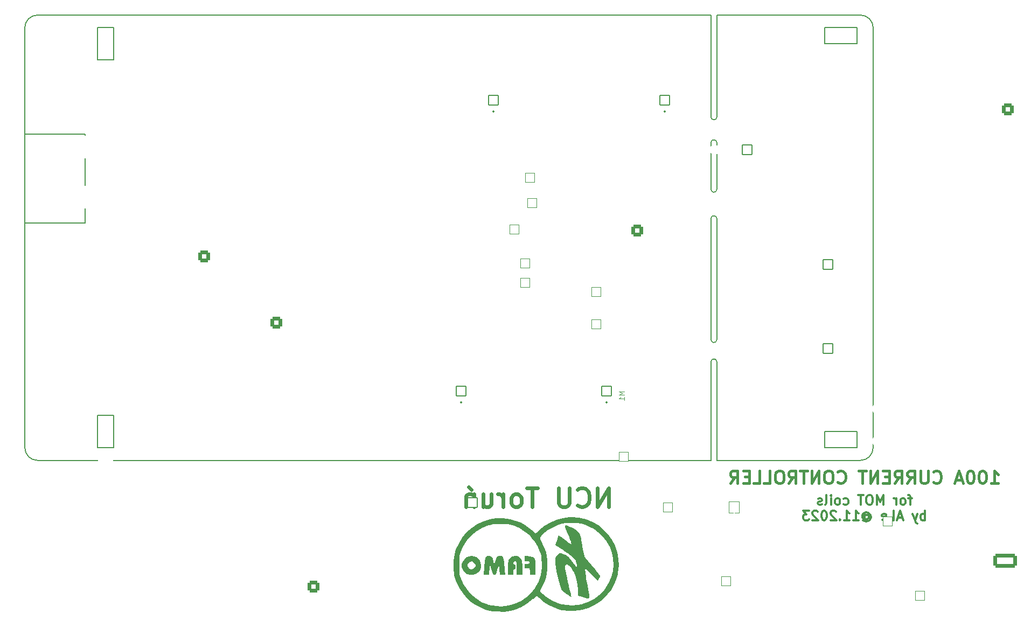
<source format=gbo>
%TF.GenerationSoftware,KiCad,Pcbnew,7.0.1*%
%TF.CreationDate,2023-11-30T13:28:04+01:00*%
%TF.ProjectId,current100A_Artiq,63757272-656e-4743-9130-30415f417274,rev?*%
%TF.SameCoordinates,Original*%
%TF.FileFunction,Legend,Bot*%
%TF.FilePolarity,Positive*%
%FSLAX46Y46*%
G04 Gerber Fmt 4.6, Leading zero omitted, Abs format (unit mm)*
G04 Created by KiCad (PCBNEW 7.0.1) date 2023-11-30 13:28:04*
%MOMM*%
%LPD*%
G01*
G04 APERTURE LIST*
G04 Aperture macros list*
%AMRoundRect*
0 Rectangle with rounded corners*
0 $1 Rounding radius*
0 $2 $3 $4 $5 $6 $7 $8 $9 X,Y pos of 4 corners*
0 Add a 4 corners polygon primitive as box body*
4,1,4,$2,$3,$4,$5,$6,$7,$8,$9,$2,$3,0*
0 Add four circle primitives for the rounded corners*
1,1,$1+$1,$2,$3*
1,1,$1+$1,$4,$5*
1,1,$1+$1,$6,$7*
1,1,$1+$1,$8,$9*
0 Add four rect primitives between the rounded corners*
20,1,$1+$1,$2,$3,$4,$5,0*
20,1,$1+$1,$4,$5,$6,$7,0*
20,1,$1+$1,$6,$7,$8,$9,0*
20,1,$1+$1,$8,$9,$2,$3,0*%
G04 Aperture macros list end*
%ADD10C,0.600000*%
%ADD11C,0.400000*%
%ADD12C,0.300000*%
%ADD13C,0.120000*%
%ADD14C,0.127000*%
%ADD15C,0.150000*%
%ADD16C,0.200000*%
%ADD17O,2.600000X1.700000*%
%ADD18O,7.100000X3.600000*%
%ADD19C,0.500000*%
%ADD20RoundRect,0.050000X-0.800000X-0.900000X0.800000X-0.900000X0.800000X0.900000X-0.800000X0.900000X0*%
%ADD21RoundRect,0.050000X0.762000X0.762000X-0.762000X0.762000X-0.762000X-0.762000X0.762000X-0.762000X0*%
%ADD22C,1.624000*%
%ADD23RoundRect,0.050000X0.750000X0.750000X-0.750000X0.750000X-0.750000X-0.750000X0.750000X-0.750000X0*%
%ADD24RoundRect,0.050000X-0.750000X-0.750000X0.750000X-0.750000X0.750000X0.750000X-0.750000X0.750000X0*%
%ADD25RoundRect,0.300000X0.600000X0.600000X-0.600000X0.600000X-0.600000X-0.600000X0.600000X-0.600000X0*%
%ADD26C,1.800000*%
%ADD27C,2.350000*%
%ADD28RoundRect,0.050000X0.762000X-0.762000X0.762000X0.762000X-0.762000X0.762000X-0.762000X-0.762000X0*%
%ADD29C,2.100000*%
%ADD30C,5.700000*%
%ADD31RoundRect,0.050000X0.750000X-0.750000X0.750000X0.750000X-0.750000X0.750000X-0.750000X-0.750000X0*%
%ADD32C,4.800000*%
%ADD33RoundRect,0.300000X-0.600000X-0.600000X0.600000X-0.600000X0.600000X0.600000X-0.600000X0.600000X0*%
%ADD34O,2.600000X1.600000*%
%ADD35RoundRect,0.299999X1.550001X-0.790001X1.550001X0.790001X-1.550001X0.790001X-1.550001X-0.790001X0*%
%ADD36O,3.700000X2.180000*%
%ADD37RoundRect,0.050000X-0.750000X0.750000X-0.750000X-0.750000X0.750000X-0.750000X0.750000X0.750000X0*%
%ADD38C,3.300000*%
%ADD39RoundRect,0.050000X0.765000X-0.765000X0.765000X0.765000X-0.765000X0.765000X-0.765000X-0.765000X0*%
%ADD40C,1.630000*%
G04 APERTURE END LIST*
D10*
X91868714Y-78372857D02*
X91868714Y-75372857D01*
X91868714Y-75372857D02*
X90154428Y-78372857D01*
X90154428Y-78372857D02*
X90154428Y-75372857D01*
X87011571Y-78087142D02*
X87154428Y-78230000D01*
X87154428Y-78230000D02*
X87583000Y-78372857D01*
X87583000Y-78372857D02*
X87868714Y-78372857D01*
X87868714Y-78372857D02*
X88297285Y-78230000D01*
X88297285Y-78230000D02*
X88583000Y-77944285D01*
X88583000Y-77944285D02*
X88725857Y-77658571D01*
X88725857Y-77658571D02*
X88868714Y-77087142D01*
X88868714Y-77087142D02*
X88868714Y-76658571D01*
X88868714Y-76658571D02*
X88725857Y-76087142D01*
X88725857Y-76087142D02*
X88583000Y-75801428D01*
X88583000Y-75801428D02*
X88297285Y-75515714D01*
X88297285Y-75515714D02*
X87868714Y-75372857D01*
X87868714Y-75372857D02*
X87583000Y-75372857D01*
X87583000Y-75372857D02*
X87154428Y-75515714D01*
X87154428Y-75515714D02*
X87011571Y-75658571D01*
X85725857Y-75372857D02*
X85725857Y-77801428D01*
X85725857Y-77801428D02*
X85583000Y-78087142D01*
X85583000Y-78087142D02*
X85440143Y-78230000D01*
X85440143Y-78230000D02*
X85154428Y-78372857D01*
X85154428Y-78372857D02*
X84583000Y-78372857D01*
X84583000Y-78372857D02*
X84297285Y-78230000D01*
X84297285Y-78230000D02*
X84154428Y-78087142D01*
X84154428Y-78087142D02*
X84011571Y-77801428D01*
X84011571Y-77801428D02*
X84011571Y-75372857D01*
X80725857Y-75372857D02*
X79011572Y-75372857D01*
X79868714Y-78372857D02*
X79868714Y-75372857D01*
X77583000Y-78372857D02*
X77868715Y-78230000D01*
X77868715Y-78230000D02*
X78011572Y-78087142D01*
X78011572Y-78087142D02*
X78154429Y-77801428D01*
X78154429Y-77801428D02*
X78154429Y-76944285D01*
X78154429Y-76944285D02*
X78011572Y-76658571D01*
X78011572Y-76658571D02*
X77868715Y-76515714D01*
X77868715Y-76515714D02*
X77583000Y-76372857D01*
X77583000Y-76372857D02*
X77154429Y-76372857D01*
X77154429Y-76372857D02*
X76868715Y-76515714D01*
X76868715Y-76515714D02*
X76725858Y-76658571D01*
X76725858Y-76658571D02*
X76583000Y-76944285D01*
X76583000Y-76944285D02*
X76583000Y-77801428D01*
X76583000Y-77801428D02*
X76725858Y-78087142D01*
X76725858Y-78087142D02*
X76868715Y-78230000D01*
X76868715Y-78230000D02*
X77154429Y-78372857D01*
X77154429Y-78372857D02*
X77583000Y-78372857D01*
X75297286Y-78372857D02*
X75297286Y-76372857D01*
X75297286Y-76944285D02*
X75154429Y-76658571D01*
X75154429Y-76658571D02*
X75011572Y-76515714D01*
X75011572Y-76515714D02*
X74725857Y-76372857D01*
X74725857Y-76372857D02*
X74440143Y-76372857D01*
X72154429Y-76372857D02*
X72154429Y-78372857D01*
X73440143Y-76372857D02*
X73440143Y-77944285D01*
X73440143Y-77944285D02*
X73297286Y-78230000D01*
X73297286Y-78230000D02*
X73011571Y-78372857D01*
X73011571Y-78372857D02*
X72583000Y-78372857D01*
X72583000Y-78372857D02*
X72297286Y-78230000D01*
X72297286Y-78230000D02*
X72154429Y-78087142D01*
X70725857Y-76372857D02*
X70725857Y-78372857D01*
X70725857Y-76658571D02*
X70583000Y-76515714D01*
X70583000Y-76515714D02*
X70297285Y-76372857D01*
X70297285Y-76372857D02*
X69868714Y-76372857D01*
X69868714Y-76372857D02*
X69583000Y-76515714D01*
X69583000Y-76515714D02*
X69440143Y-76801428D01*
X69440143Y-76801428D02*
X69440143Y-78372857D01*
X69868714Y-75230000D02*
X70297285Y-75658571D01*
D11*
X151984763Y-74685238D02*
X153127620Y-74685238D01*
X152556192Y-74685238D02*
X152556192Y-72685238D01*
X152556192Y-72685238D02*
X152746668Y-72970952D01*
X152746668Y-72970952D02*
X152937144Y-73161428D01*
X152937144Y-73161428D02*
X153127620Y-73256666D01*
X150746668Y-72685238D02*
X150556191Y-72685238D01*
X150556191Y-72685238D02*
X150365715Y-72780476D01*
X150365715Y-72780476D02*
X150270477Y-72875714D01*
X150270477Y-72875714D02*
X150175239Y-73066190D01*
X150175239Y-73066190D02*
X150080001Y-73447142D01*
X150080001Y-73447142D02*
X150080001Y-73923333D01*
X150080001Y-73923333D02*
X150175239Y-74304285D01*
X150175239Y-74304285D02*
X150270477Y-74494761D01*
X150270477Y-74494761D02*
X150365715Y-74590000D01*
X150365715Y-74590000D02*
X150556191Y-74685238D01*
X150556191Y-74685238D02*
X150746668Y-74685238D01*
X150746668Y-74685238D02*
X150937144Y-74590000D01*
X150937144Y-74590000D02*
X151032382Y-74494761D01*
X151032382Y-74494761D02*
X151127620Y-74304285D01*
X151127620Y-74304285D02*
X151222858Y-73923333D01*
X151222858Y-73923333D02*
X151222858Y-73447142D01*
X151222858Y-73447142D02*
X151127620Y-73066190D01*
X151127620Y-73066190D02*
X151032382Y-72875714D01*
X151032382Y-72875714D02*
X150937144Y-72780476D01*
X150937144Y-72780476D02*
X150746668Y-72685238D01*
X148841906Y-72685238D02*
X148651429Y-72685238D01*
X148651429Y-72685238D02*
X148460953Y-72780476D01*
X148460953Y-72780476D02*
X148365715Y-72875714D01*
X148365715Y-72875714D02*
X148270477Y-73066190D01*
X148270477Y-73066190D02*
X148175239Y-73447142D01*
X148175239Y-73447142D02*
X148175239Y-73923333D01*
X148175239Y-73923333D02*
X148270477Y-74304285D01*
X148270477Y-74304285D02*
X148365715Y-74494761D01*
X148365715Y-74494761D02*
X148460953Y-74590000D01*
X148460953Y-74590000D02*
X148651429Y-74685238D01*
X148651429Y-74685238D02*
X148841906Y-74685238D01*
X148841906Y-74685238D02*
X149032382Y-74590000D01*
X149032382Y-74590000D02*
X149127620Y-74494761D01*
X149127620Y-74494761D02*
X149222858Y-74304285D01*
X149222858Y-74304285D02*
X149318096Y-73923333D01*
X149318096Y-73923333D02*
X149318096Y-73447142D01*
X149318096Y-73447142D02*
X149222858Y-73066190D01*
X149222858Y-73066190D02*
X149127620Y-72875714D01*
X149127620Y-72875714D02*
X149032382Y-72780476D01*
X149032382Y-72780476D02*
X148841906Y-72685238D01*
X147413334Y-74113809D02*
X146460953Y-74113809D01*
X147603810Y-74685238D02*
X146937144Y-72685238D01*
X146937144Y-72685238D02*
X146270477Y-74685238D01*
X142937143Y-74494761D02*
X143032381Y-74590000D01*
X143032381Y-74590000D02*
X143318095Y-74685238D01*
X143318095Y-74685238D02*
X143508571Y-74685238D01*
X143508571Y-74685238D02*
X143794286Y-74590000D01*
X143794286Y-74590000D02*
X143984762Y-74399523D01*
X143984762Y-74399523D02*
X144080000Y-74209047D01*
X144080000Y-74209047D02*
X144175238Y-73828095D01*
X144175238Y-73828095D02*
X144175238Y-73542380D01*
X144175238Y-73542380D02*
X144080000Y-73161428D01*
X144080000Y-73161428D02*
X143984762Y-72970952D01*
X143984762Y-72970952D02*
X143794286Y-72780476D01*
X143794286Y-72780476D02*
X143508571Y-72685238D01*
X143508571Y-72685238D02*
X143318095Y-72685238D01*
X143318095Y-72685238D02*
X143032381Y-72780476D01*
X143032381Y-72780476D02*
X142937143Y-72875714D01*
X142080000Y-72685238D02*
X142080000Y-74304285D01*
X142080000Y-74304285D02*
X141984762Y-74494761D01*
X141984762Y-74494761D02*
X141889524Y-74590000D01*
X141889524Y-74590000D02*
X141699048Y-74685238D01*
X141699048Y-74685238D02*
X141318095Y-74685238D01*
X141318095Y-74685238D02*
X141127619Y-74590000D01*
X141127619Y-74590000D02*
X141032381Y-74494761D01*
X141032381Y-74494761D02*
X140937143Y-74304285D01*
X140937143Y-74304285D02*
X140937143Y-72685238D01*
X138841905Y-74685238D02*
X139508572Y-73732857D01*
X139984762Y-74685238D02*
X139984762Y-72685238D01*
X139984762Y-72685238D02*
X139222857Y-72685238D01*
X139222857Y-72685238D02*
X139032381Y-72780476D01*
X139032381Y-72780476D02*
X138937143Y-72875714D01*
X138937143Y-72875714D02*
X138841905Y-73066190D01*
X138841905Y-73066190D02*
X138841905Y-73351904D01*
X138841905Y-73351904D02*
X138937143Y-73542380D01*
X138937143Y-73542380D02*
X139032381Y-73637619D01*
X139032381Y-73637619D02*
X139222857Y-73732857D01*
X139222857Y-73732857D02*
X139984762Y-73732857D01*
X136841905Y-74685238D02*
X137508572Y-73732857D01*
X137984762Y-74685238D02*
X137984762Y-72685238D01*
X137984762Y-72685238D02*
X137222857Y-72685238D01*
X137222857Y-72685238D02*
X137032381Y-72780476D01*
X137032381Y-72780476D02*
X136937143Y-72875714D01*
X136937143Y-72875714D02*
X136841905Y-73066190D01*
X136841905Y-73066190D02*
X136841905Y-73351904D01*
X136841905Y-73351904D02*
X136937143Y-73542380D01*
X136937143Y-73542380D02*
X137032381Y-73637619D01*
X137032381Y-73637619D02*
X137222857Y-73732857D01*
X137222857Y-73732857D02*
X137984762Y-73732857D01*
X135984762Y-73637619D02*
X135318095Y-73637619D01*
X135032381Y-74685238D02*
X135984762Y-74685238D01*
X135984762Y-74685238D02*
X135984762Y-72685238D01*
X135984762Y-72685238D02*
X135032381Y-72685238D01*
X134175238Y-74685238D02*
X134175238Y-72685238D01*
X134175238Y-72685238D02*
X133032381Y-74685238D01*
X133032381Y-74685238D02*
X133032381Y-72685238D01*
X132365714Y-72685238D02*
X131222857Y-72685238D01*
X131794286Y-74685238D02*
X131794286Y-72685238D01*
X127889523Y-74494761D02*
X127984761Y-74590000D01*
X127984761Y-74590000D02*
X128270475Y-74685238D01*
X128270475Y-74685238D02*
X128460951Y-74685238D01*
X128460951Y-74685238D02*
X128746666Y-74590000D01*
X128746666Y-74590000D02*
X128937142Y-74399523D01*
X128937142Y-74399523D02*
X129032380Y-74209047D01*
X129032380Y-74209047D02*
X129127618Y-73828095D01*
X129127618Y-73828095D02*
X129127618Y-73542380D01*
X129127618Y-73542380D02*
X129032380Y-73161428D01*
X129032380Y-73161428D02*
X128937142Y-72970952D01*
X128937142Y-72970952D02*
X128746666Y-72780476D01*
X128746666Y-72780476D02*
X128460951Y-72685238D01*
X128460951Y-72685238D02*
X128270475Y-72685238D01*
X128270475Y-72685238D02*
X127984761Y-72780476D01*
X127984761Y-72780476D02*
X127889523Y-72875714D01*
X126651428Y-72685238D02*
X126270475Y-72685238D01*
X126270475Y-72685238D02*
X126079999Y-72780476D01*
X126079999Y-72780476D02*
X125889523Y-72970952D01*
X125889523Y-72970952D02*
X125794285Y-73351904D01*
X125794285Y-73351904D02*
X125794285Y-74018571D01*
X125794285Y-74018571D02*
X125889523Y-74399523D01*
X125889523Y-74399523D02*
X126079999Y-74590000D01*
X126079999Y-74590000D02*
X126270475Y-74685238D01*
X126270475Y-74685238D02*
X126651428Y-74685238D01*
X126651428Y-74685238D02*
X126841904Y-74590000D01*
X126841904Y-74590000D02*
X127032380Y-74399523D01*
X127032380Y-74399523D02*
X127127618Y-74018571D01*
X127127618Y-74018571D02*
X127127618Y-73351904D01*
X127127618Y-73351904D02*
X127032380Y-72970952D01*
X127032380Y-72970952D02*
X126841904Y-72780476D01*
X126841904Y-72780476D02*
X126651428Y-72685238D01*
X124937142Y-74685238D02*
X124937142Y-72685238D01*
X124937142Y-72685238D02*
X123794285Y-74685238D01*
X123794285Y-74685238D02*
X123794285Y-72685238D01*
X123127618Y-72685238D02*
X121984761Y-72685238D01*
X122556190Y-74685238D02*
X122556190Y-72685238D01*
X120175237Y-74685238D02*
X120841904Y-73732857D01*
X121318094Y-74685238D02*
X121318094Y-72685238D01*
X121318094Y-72685238D02*
X120556189Y-72685238D01*
X120556189Y-72685238D02*
X120365713Y-72780476D01*
X120365713Y-72780476D02*
X120270475Y-72875714D01*
X120270475Y-72875714D02*
X120175237Y-73066190D01*
X120175237Y-73066190D02*
X120175237Y-73351904D01*
X120175237Y-73351904D02*
X120270475Y-73542380D01*
X120270475Y-73542380D02*
X120365713Y-73637619D01*
X120365713Y-73637619D02*
X120556189Y-73732857D01*
X120556189Y-73732857D02*
X121318094Y-73732857D01*
X118937142Y-72685238D02*
X118556189Y-72685238D01*
X118556189Y-72685238D02*
X118365713Y-72780476D01*
X118365713Y-72780476D02*
X118175237Y-72970952D01*
X118175237Y-72970952D02*
X118079999Y-73351904D01*
X118079999Y-73351904D02*
X118079999Y-74018571D01*
X118079999Y-74018571D02*
X118175237Y-74399523D01*
X118175237Y-74399523D02*
X118365713Y-74590000D01*
X118365713Y-74590000D02*
X118556189Y-74685238D01*
X118556189Y-74685238D02*
X118937142Y-74685238D01*
X118937142Y-74685238D02*
X119127618Y-74590000D01*
X119127618Y-74590000D02*
X119318094Y-74399523D01*
X119318094Y-74399523D02*
X119413332Y-74018571D01*
X119413332Y-74018571D02*
X119413332Y-73351904D01*
X119413332Y-73351904D02*
X119318094Y-72970952D01*
X119318094Y-72970952D02*
X119127618Y-72780476D01*
X119127618Y-72780476D02*
X118937142Y-72685238D01*
X116270475Y-74685238D02*
X117222856Y-74685238D01*
X117222856Y-74685238D02*
X117222856Y-72685238D01*
X114651427Y-74685238D02*
X115603808Y-74685238D01*
X115603808Y-74685238D02*
X115603808Y-72685238D01*
X113984760Y-73637619D02*
X113318093Y-73637619D01*
X113032379Y-74685238D02*
X113984760Y-74685238D01*
X113984760Y-74685238D02*
X113984760Y-72685238D01*
X113984760Y-72685238D02*
X113032379Y-72685238D01*
X111032379Y-74685238D02*
X111699046Y-73732857D01*
X112175236Y-74685238D02*
X112175236Y-72685238D01*
X112175236Y-72685238D02*
X111413331Y-72685238D01*
X111413331Y-72685238D02*
X111222855Y-72780476D01*
X111222855Y-72780476D02*
X111127617Y-72875714D01*
X111127617Y-72875714D02*
X111032379Y-73066190D01*
X111032379Y-73066190D02*
X111032379Y-73351904D01*
X111032379Y-73351904D02*
X111127617Y-73542380D01*
X111127617Y-73542380D02*
X111222855Y-73637619D01*
X111222855Y-73637619D02*
X111413331Y-73732857D01*
X111413331Y-73732857D02*
X112175236Y-73732857D01*
D12*
X139544285Y-77031428D02*
X138972857Y-77031428D01*
X139330000Y-78031428D02*
X139330000Y-76745714D01*
X139330000Y-76745714D02*
X139258571Y-76602857D01*
X139258571Y-76602857D02*
X139115714Y-76531428D01*
X139115714Y-76531428D02*
X138972857Y-76531428D01*
X138258571Y-78031428D02*
X138401428Y-77960000D01*
X138401428Y-77960000D02*
X138472857Y-77888571D01*
X138472857Y-77888571D02*
X138544285Y-77745714D01*
X138544285Y-77745714D02*
X138544285Y-77317142D01*
X138544285Y-77317142D02*
X138472857Y-77174285D01*
X138472857Y-77174285D02*
X138401428Y-77102857D01*
X138401428Y-77102857D02*
X138258571Y-77031428D01*
X138258571Y-77031428D02*
X138044285Y-77031428D01*
X138044285Y-77031428D02*
X137901428Y-77102857D01*
X137901428Y-77102857D02*
X137830000Y-77174285D01*
X137830000Y-77174285D02*
X137758571Y-77317142D01*
X137758571Y-77317142D02*
X137758571Y-77745714D01*
X137758571Y-77745714D02*
X137830000Y-77888571D01*
X137830000Y-77888571D02*
X137901428Y-77960000D01*
X137901428Y-77960000D02*
X138044285Y-78031428D01*
X138044285Y-78031428D02*
X138258571Y-78031428D01*
X137115714Y-78031428D02*
X137115714Y-77031428D01*
X137115714Y-77317142D02*
X137044285Y-77174285D01*
X137044285Y-77174285D02*
X136972857Y-77102857D01*
X136972857Y-77102857D02*
X136829999Y-77031428D01*
X136829999Y-77031428D02*
X136687142Y-77031428D01*
X135044286Y-78031428D02*
X135044286Y-76531428D01*
X135044286Y-76531428D02*
X134544286Y-77602857D01*
X134544286Y-77602857D02*
X134044286Y-76531428D01*
X134044286Y-76531428D02*
X134044286Y-78031428D01*
X133044285Y-76531428D02*
X132758571Y-76531428D01*
X132758571Y-76531428D02*
X132615714Y-76602857D01*
X132615714Y-76602857D02*
X132472857Y-76745714D01*
X132472857Y-76745714D02*
X132401428Y-77031428D01*
X132401428Y-77031428D02*
X132401428Y-77531428D01*
X132401428Y-77531428D02*
X132472857Y-77817142D01*
X132472857Y-77817142D02*
X132615714Y-77960000D01*
X132615714Y-77960000D02*
X132758571Y-78031428D01*
X132758571Y-78031428D02*
X133044285Y-78031428D01*
X133044285Y-78031428D02*
X133187143Y-77960000D01*
X133187143Y-77960000D02*
X133330000Y-77817142D01*
X133330000Y-77817142D02*
X133401428Y-77531428D01*
X133401428Y-77531428D02*
X133401428Y-77031428D01*
X133401428Y-77031428D02*
X133330000Y-76745714D01*
X133330000Y-76745714D02*
X133187143Y-76602857D01*
X133187143Y-76602857D02*
X133044285Y-76531428D01*
X131972856Y-76531428D02*
X131115714Y-76531428D01*
X131544285Y-78031428D02*
X131544285Y-76531428D01*
X128830000Y-77960000D02*
X128972857Y-78031428D01*
X128972857Y-78031428D02*
X129258571Y-78031428D01*
X129258571Y-78031428D02*
X129401428Y-77960000D01*
X129401428Y-77960000D02*
X129472857Y-77888571D01*
X129472857Y-77888571D02*
X129544285Y-77745714D01*
X129544285Y-77745714D02*
X129544285Y-77317142D01*
X129544285Y-77317142D02*
X129472857Y-77174285D01*
X129472857Y-77174285D02*
X129401428Y-77102857D01*
X129401428Y-77102857D02*
X129258571Y-77031428D01*
X129258571Y-77031428D02*
X128972857Y-77031428D01*
X128972857Y-77031428D02*
X128830000Y-77102857D01*
X127972857Y-78031428D02*
X128115714Y-77960000D01*
X128115714Y-77960000D02*
X128187143Y-77888571D01*
X128187143Y-77888571D02*
X128258571Y-77745714D01*
X128258571Y-77745714D02*
X128258571Y-77317142D01*
X128258571Y-77317142D02*
X128187143Y-77174285D01*
X128187143Y-77174285D02*
X128115714Y-77102857D01*
X128115714Y-77102857D02*
X127972857Y-77031428D01*
X127972857Y-77031428D02*
X127758571Y-77031428D01*
X127758571Y-77031428D02*
X127615714Y-77102857D01*
X127615714Y-77102857D02*
X127544286Y-77174285D01*
X127544286Y-77174285D02*
X127472857Y-77317142D01*
X127472857Y-77317142D02*
X127472857Y-77745714D01*
X127472857Y-77745714D02*
X127544286Y-77888571D01*
X127544286Y-77888571D02*
X127615714Y-77960000D01*
X127615714Y-77960000D02*
X127758571Y-78031428D01*
X127758571Y-78031428D02*
X127972857Y-78031428D01*
X126830000Y-78031428D02*
X126830000Y-77031428D01*
X126830000Y-76531428D02*
X126901428Y-76602857D01*
X126901428Y-76602857D02*
X126830000Y-76674285D01*
X126830000Y-76674285D02*
X126758571Y-76602857D01*
X126758571Y-76602857D02*
X126830000Y-76531428D01*
X126830000Y-76531428D02*
X126830000Y-76674285D01*
X125901428Y-78031428D02*
X126044285Y-77960000D01*
X126044285Y-77960000D02*
X126115714Y-77817142D01*
X126115714Y-77817142D02*
X126115714Y-76531428D01*
X125401428Y-77960000D02*
X125258571Y-78031428D01*
X125258571Y-78031428D02*
X124972857Y-78031428D01*
X124972857Y-78031428D02*
X124830000Y-77960000D01*
X124830000Y-77960000D02*
X124758571Y-77817142D01*
X124758571Y-77817142D02*
X124758571Y-77745714D01*
X124758571Y-77745714D02*
X124830000Y-77602857D01*
X124830000Y-77602857D02*
X124972857Y-77531428D01*
X124972857Y-77531428D02*
X125187143Y-77531428D01*
X125187143Y-77531428D02*
X125330000Y-77460000D01*
X125330000Y-77460000D02*
X125401428Y-77317142D01*
X125401428Y-77317142D02*
X125401428Y-77245714D01*
X125401428Y-77245714D02*
X125330000Y-77102857D01*
X125330000Y-77102857D02*
X125187143Y-77031428D01*
X125187143Y-77031428D02*
X124972857Y-77031428D01*
X124972857Y-77031428D02*
X124830000Y-77102857D01*
X141615712Y-80461428D02*
X141615712Y-78961428D01*
X141615712Y-79532857D02*
X141472855Y-79461428D01*
X141472855Y-79461428D02*
X141187140Y-79461428D01*
X141187140Y-79461428D02*
X141044283Y-79532857D01*
X141044283Y-79532857D02*
X140972855Y-79604285D01*
X140972855Y-79604285D02*
X140901426Y-79747142D01*
X140901426Y-79747142D02*
X140901426Y-80175714D01*
X140901426Y-80175714D02*
X140972855Y-80318571D01*
X140972855Y-80318571D02*
X141044283Y-80390000D01*
X141044283Y-80390000D02*
X141187140Y-80461428D01*
X141187140Y-80461428D02*
X141472855Y-80461428D01*
X141472855Y-80461428D02*
X141615712Y-80390000D01*
X140401426Y-79461428D02*
X140044283Y-80461428D01*
X139687140Y-79461428D02*
X140044283Y-80461428D01*
X140044283Y-80461428D02*
X140187140Y-80818571D01*
X140187140Y-80818571D02*
X140258569Y-80890000D01*
X140258569Y-80890000D02*
X140401426Y-80961428D01*
X138044283Y-80032857D02*
X137329998Y-80032857D01*
X138187140Y-80461428D02*
X137687140Y-78961428D01*
X137687140Y-78961428D02*
X137187140Y-80461428D01*
X135972855Y-80461428D02*
X136687141Y-80461428D01*
X136687141Y-80461428D02*
X136687141Y-78961428D01*
X134901426Y-80390000D02*
X135044283Y-80461428D01*
X135044283Y-80461428D02*
X135329998Y-80461428D01*
X135329998Y-80461428D02*
X135472855Y-80390000D01*
X135472855Y-80390000D02*
X135544283Y-80247142D01*
X135544283Y-80247142D02*
X135544283Y-79675714D01*
X135544283Y-79675714D02*
X135472855Y-79532857D01*
X135472855Y-79532857D02*
X135329998Y-79461428D01*
X135329998Y-79461428D02*
X135044283Y-79461428D01*
X135044283Y-79461428D02*
X134901426Y-79532857D01*
X134901426Y-79532857D02*
X134829998Y-79675714D01*
X134829998Y-79675714D02*
X134829998Y-79818571D01*
X134829998Y-79818571D02*
X135544283Y-79961428D01*
X132115712Y-79747142D02*
X132187141Y-79675714D01*
X132187141Y-79675714D02*
X132329998Y-79604285D01*
X132329998Y-79604285D02*
X132472855Y-79604285D01*
X132472855Y-79604285D02*
X132615712Y-79675714D01*
X132615712Y-79675714D02*
X132687141Y-79747142D01*
X132687141Y-79747142D02*
X132758569Y-79890000D01*
X132758569Y-79890000D02*
X132758569Y-80032857D01*
X132758569Y-80032857D02*
X132687141Y-80175714D01*
X132687141Y-80175714D02*
X132615712Y-80247142D01*
X132615712Y-80247142D02*
X132472855Y-80318571D01*
X132472855Y-80318571D02*
X132329998Y-80318571D01*
X132329998Y-80318571D02*
X132187141Y-80247142D01*
X132187141Y-80247142D02*
X132115712Y-80175714D01*
X132115712Y-79604285D02*
X132115712Y-80175714D01*
X132115712Y-80175714D02*
X132044284Y-80247142D01*
X132044284Y-80247142D02*
X131972855Y-80247142D01*
X131972855Y-80247142D02*
X131829998Y-80175714D01*
X131829998Y-80175714D02*
X131758569Y-80032857D01*
X131758569Y-80032857D02*
X131758569Y-79675714D01*
X131758569Y-79675714D02*
X131901427Y-79461428D01*
X131901427Y-79461428D02*
X132115712Y-79318571D01*
X132115712Y-79318571D02*
X132401427Y-79247142D01*
X132401427Y-79247142D02*
X132687141Y-79318571D01*
X132687141Y-79318571D02*
X132901427Y-79461428D01*
X132901427Y-79461428D02*
X133044284Y-79675714D01*
X133044284Y-79675714D02*
X133115712Y-79961428D01*
X133115712Y-79961428D02*
X133044284Y-80247142D01*
X133044284Y-80247142D02*
X132901427Y-80461428D01*
X132901427Y-80461428D02*
X132687141Y-80604285D01*
X132687141Y-80604285D02*
X132401427Y-80675714D01*
X132401427Y-80675714D02*
X132115712Y-80604285D01*
X132115712Y-80604285D02*
X131901427Y-80461428D01*
X130329998Y-80461428D02*
X131187141Y-80461428D01*
X130758570Y-80461428D02*
X130758570Y-78961428D01*
X130758570Y-78961428D02*
X130901427Y-79175714D01*
X130901427Y-79175714D02*
X131044284Y-79318571D01*
X131044284Y-79318571D02*
X131187141Y-79390000D01*
X128901427Y-80461428D02*
X129758570Y-80461428D01*
X129329999Y-80461428D02*
X129329999Y-78961428D01*
X129329999Y-78961428D02*
X129472856Y-79175714D01*
X129472856Y-79175714D02*
X129615713Y-79318571D01*
X129615713Y-79318571D02*
X129758570Y-79390000D01*
X128258571Y-80318571D02*
X128187142Y-80390000D01*
X128187142Y-80390000D02*
X128258571Y-80461428D01*
X128258571Y-80461428D02*
X128329999Y-80390000D01*
X128329999Y-80390000D02*
X128258571Y-80318571D01*
X128258571Y-80318571D02*
X128258571Y-80461428D01*
X127615713Y-79104285D02*
X127544285Y-79032857D01*
X127544285Y-79032857D02*
X127401428Y-78961428D01*
X127401428Y-78961428D02*
X127044285Y-78961428D01*
X127044285Y-78961428D02*
X126901428Y-79032857D01*
X126901428Y-79032857D02*
X126829999Y-79104285D01*
X126829999Y-79104285D02*
X126758570Y-79247142D01*
X126758570Y-79247142D02*
X126758570Y-79390000D01*
X126758570Y-79390000D02*
X126829999Y-79604285D01*
X126829999Y-79604285D02*
X127687142Y-80461428D01*
X127687142Y-80461428D02*
X126758570Y-80461428D01*
X125829999Y-78961428D02*
X125687142Y-78961428D01*
X125687142Y-78961428D02*
X125544285Y-79032857D01*
X125544285Y-79032857D02*
X125472857Y-79104285D01*
X125472857Y-79104285D02*
X125401428Y-79247142D01*
X125401428Y-79247142D02*
X125329999Y-79532857D01*
X125329999Y-79532857D02*
X125329999Y-79890000D01*
X125329999Y-79890000D02*
X125401428Y-80175714D01*
X125401428Y-80175714D02*
X125472857Y-80318571D01*
X125472857Y-80318571D02*
X125544285Y-80390000D01*
X125544285Y-80390000D02*
X125687142Y-80461428D01*
X125687142Y-80461428D02*
X125829999Y-80461428D01*
X125829999Y-80461428D02*
X125972857Y-80390000D01*
X125972857Y-80390000D02*
X126044285Y-80318571D01*
X126044285Y-80318571D02*
X126115714Y-80175714D01*
X126115714Y-80175714D02*
X126187142Y-79890000D01*
X126187142Y-79890000D02*
X126187142Y-79532857D01*
X126187142Y-79532857D02*
X126115714Y-79247142D01*
X126115714Y-79247142D02*
X126044285Y-79104285D01*
X126044285Y-79104285D02*
X125972857Y-79032857D01*
X125972857Y-79032857D02*
X125829999Y-78961428D01*
X124758571Y-79104285D02*
X124687143Y-79032857D01*
X124687143Y-79032857D02*
X124544286Y-78961428D01*
X124544286Y-78961428D02*
X124187143Y-78961428D01*
X124187143Y-78961428D02*
X124044286Y-79032857D01*
X124044286Y-79032857D02*
X123972857Y-79104285D01*
X123972857Y-79104285D02*
X123901428Y-79247142D01*
X123901428Y-79247142D02*
X123901428Y-79390000D01*
X123901428Y-79390000D02*
X123972857Y-79604285D01*
X123972857Y-79604285D02*
X124830000Y-80461428D01*
X124830000Y-80461428D02*
X123901428Y-80461428D01*
X123401429Y-78961428D02*
X122472857Y-78961428D01*
X122472857Y-78961428D02*
X122972857Y-79532857D01*
X122972857Y-79532857D02*
X122758572Y-79532857D01*
X122758572Y-79532857D02*
X122615715Y-79604285D01*
X122615715Y-79604285D02*
X122544286Y-79675714D01*
X122544286Y-79675714D02*
X122472857Y-79818571D01*
X122472857Y-79818571D02*
X122472857Y-80175714D01*
X122472857Y-80175714D02*
X122544286Y-80318571D01*
X122544286Y-80318571D02*
X122615715Y-80390000D01*
X122615715Y-80390000D02*
X122758572Y-80461428D01*
X122758572Y-80461428D02*
X123187143Y-80461428D01*
X123187143Y-80461428D02*
X123330000Y-80390000D01*
X123330000Y-80390000D02*
X123401429Y-80318571D01*
D13*
%TO.C,M1*%
X94350095Y-60261581D02*
X93550095Y-60261581D01*
X93550095Y-60261581D02*
X94121523Y-60528247D01*
X94121523Y-60528247D02*
X93550095Y-60794914D01*
X93550095Y-60794914D02*
X94350095Y-60794914D01*
X94350095Y-61594914D02*
X94350095Y-61137771D01*
X94350095Y-61366343D02*
X93550095Y-61366343D01*
X93550095Y-61366343D02*
X93664380Y-61290152D01*
X93664380Y-61290152D02*
X93740571Y-61213962D01*
X93740571Y-61213962D02*
X93778666Y-61137771D01*
%TO.C,G1*%
G36*
X79006700Y-86074153D02*
G01*
X79040308Y-86074553D01*
X79526694Y-86126377D01*
X79922058Y-86256332D01*
X80192033Y-86453422D01*
X80266933Y-86550738D01*
X80319962Y-86661843D01*
X80353757Y-86816321D01*
X80372597Y-87045657D01*
X80380763Y-87381339D01*
X80382533Y-87854854D01*
X80382533Y-89035467D01*
X79963425Y-89035467D01*
X79544317Y-89035467D01*
X79518925Y-88548633D01*
X79493533Y-88061800D01*
X79091366Y-88035994D01*
X78689200Y-88010189D01*
X78689200Y-87676161D01*
X78689200Y-87342133D01*
X79061141Y-87342133D01*
X79133605Y-87340119D01*
X79391654Y-87284257D01*
X79509960Y-87177405D01*
X79490042Y-87054158D01*
X79333416Y-86949115D01*
X79041602Y-86896871D01*
X78689200Y-86882818D01*
X78689200Y-86477475D01*
X78689200Y-86072133D01*
X79006700Y-86074153D01*
G37*
G36*
X71820104Y-87512819D02*
G01*
X71831200Y-87586610D01*
X71803412Y-87917492D01*
X71645123Y-88363273D01*
X71344565Y-88717957D01*
X70899262Y-88985261D01*
X70577977Y-89082762D01*
X70114728Y-89081386D01*
X69659999Y-88916047D01*
X69226064Y-88589648D01*
X69225587Y-88589186D01*
X68950373Y-88220821D01*
X68819268Y-87814277D01*
X68820043Y-87396352D01*
X68823520Y-87384729D01*
X69742527Y-87384729D01*
X69742698Y-87671837D01*
X69890012Y-87965715D01*
X70077314Y-88131391D01*
X70349533Y-88188800D01*
X70595683Y-88144047D01*
X70809055Y-87965715D01*
X70824206Y-87946236D01*
X70956912Y-87720664D01*
X70961934Y-87512819D01*
X70842467Y-87254760D01*
X70687974Y-87070515D01*
X70421381Y-86955097D01*
X70106557Y-86999275D01*
X69880887Y-87142815D01*
X69742527Y-87384729D01*
X68823520Y-87384729D01*
X68940467Y-86993847D01*
X69168312Y-86633560D01*
X69491347Y-86342289D01*
X69897344Y-86146834D01*
X70374073Y-86073993D01*
X70820318Y-86140167D01*
X71229536Y-86347108D01*
X71549107Y-86672408D01*
X71757005Y-87093198D01*
X71820104Y-87512819D01*
G37*
G36*
X77523017Y-86118565D02*
G01*
X77869661Y-86276193D01*
X78146689Y-86554639D01*
X78212135Y-86675740D01*
X78262117Y-86843999D01*
X78296566Y-87084921D01*
X78319991Y-87430726D01*
X78336902Y-87913633D01*
X78367147Y-89035467D01*
X77893174Y-89035467D01*
X77419200Y-89035467D01*
X77419200Y-87986192D01*
X77419077Y-87866747D01*
X77414892Y-87458334D01*
X77401976Y-87184006D01*
X77376572Y-87015301D01*
X77334922Y-86923758D01*
X77273267Y-86880917D01*
X77173934Y-86869573D01*
X77019267Y-86972707D01*
X76933905Y-87127588D01*
X76935426Y-87302039D01*
X77080533Y-87402268D01*
X77174484Y-87448296D01*
X77234265Y-87573102D01*
X77249866Y-87817675D01*
X77249858Y-87827676D01*
X77237278Y-88057247D01*
X77187440Y-88163148D01*
X77080533Y-88188800D01*
X77041367Y-88190611D01*
X76957956Y-88231578D01*
X76920115Y-88358216D01*
X76911200Y-88612133D01*
X76911200Y-89035467D01*
X76487866Y-89035467D01*
X76064533Y-89035467D01*
X76064533Y-88016747D01*
X76064824Y-87914682D01*
X76080433Y-87361617D01*
X76120608Y-86962716D01*
X76186438Y-86706268D01*
X76219138Y-86635985D01*
X76454819Y-86340465D01*
X76776653Y-86153713D01*
X77145701Y-86078743D01*
X77523017Y-86118565D01*
G37*
G36*
X74866068Y-86072255D02*
G01*
X75075385Y-86095789D01*
X75229901Y-86175757D01*
X75340011Y-86334733D01*
X75416111Y-86595293D01*
X75468597Y-86980013D01*
X75507864Y-87511467D01*
X75529930Y-87854675D01*
X75559608Y-88247061D01*
X75588509Y-88564656D01*
X75612674Y-88760300D01*
X75660045Y-89035467D01*
X75237358Y-89035467D01*
X74814670Y-89035467D01*
X74754359Y-88231025D01*
X74714327Y-87819577D01*
X74668349Y-87571207D01*
X74617213Y-87489166D01*
X74561541Y-87574443D01*
X74501953Y-87828031D01*
X74477406Y-87950348D01*
X74403298Y-88266747D01*
X74317014Y-88590967D01*
X74291548Y-88677447D01*
X74207632Y-88901924D01*
X74117913Y-89008475D01*
X73994559Y-89035467D01*
X73908914Y-89029673D01*
X73771079Y-88972476D01*
X73665101Y-88831103D01*
X73574083Y-88577516D01*
X73481124Y-88183683D01*
X73476564Y-88162145D01*
X73389337Y-87801814D01*
X73310120Y-87563970D01*
X73245447Y-87459455D01*
X73201851Y-87499111D01*
X73185866Y-87693780D01*
X73181273Y-87858387D01*
X73161518Y-88177176D01*
X73131472Y-88515047D01*
X73077077Y-89035467D01*
X72656050Y-89035467D01*
X72235022Y-89035467D01*
X72285213Y-88590967D01*
X72315368Y-88297951D01*
X72351559Y-87902096D01*
X72383537Y-87511467D01*
X72401108Y-87289746D01*
X72448917Y-86821105D01*
X72509049Y-86489656D01*
X72593128Y-86272217D01*
X72712779Y-86145604D01*
X72879627Y-86086637D01*
X73105296Y-86072133D01*
X73180039Y-86074287D01*
X73393834Y-86123504D01*
X73549629Y-86258665D01*
X73669981Y-86507473D01*
X73777449Y-86897633D01*
X73823345Y-87074081D01*
X73890556Y-87267113D01*
X73942430Y-87342133D01*
X73991471Y-87274931D01*
X74067480Y-87084748D01*
X74151409Y-86814705D01*
X74229960Y-86556856D01*
X74318919Y-86314165D01*
X74387324Y-86179705D01*
X74420223Y-86153487D01*
X74597889Y-86095334D01*
X74845059Y-86072133D01*
X74866068Y-86072255D01*
G37*
G36*
X85204766Y-81266536D02*
G01*
X85445974Y-81349121D01*
X85757415Y-81476708D01*
X86093555Y-81629332D01*
X86408860Y-81787031D01*
X86657797Y-81929839D01*
X86970482Y-82150018D01*
X87266536Y-82437652D01*
X87446195Y-82750621D01*
X87537028Y-83126445D01*
X87550856Y-83223365D01*
X87605942Y-83559252D01*
X87679670Y-83966903D01*
X87760018Y-84378800D01*
X87788398Y-84520525D01*
X87871727Y-84958971D01*
X87946453Y-85381460D01*
X87999166Y-85713176D01*
X88008185Y-85775165D01*
X88051026Y-86006169D01*
X88115679Y-86192324D01*
X88226080Y-86375312D01*
X88406165Y-86596813D01*
X88679872Y-86898509D01*
X88847505Y-87084776D01*
X89192368Y-87486266D01*
X89575721Y-87949616D01*
X89959593Y-88427922D01*
X90306010Y-88874283D01*
X90576999Y-89241793D01*
X90586608Y-89258748D01*
X90569523Y-89416565D01*
X90414826Y-89663867D01*
X90175855Y-89977175D01*
X89247705Y-89040654D01*
X89060899Y-88853442D01*
X88758854Y-88556566D01*
X88509609Y-88318968D01*
X88334994Y-88161280D01*
X88256835Y-88104133D01*
X88238119Y-88116952D01*
X88213817Y-88251577D01*
X88219201Y-88507018D01*
X88250842Y-88851118D01*
X88305312Y-89251720D01*
X88379180Y-89676667D01*
X88469017Y-90093800D01*
X88525631Y-90340752D01*
X88624200Y-90827067D01*
X88709182Y-91316317D01*
X88775919Y-91774863D01*
X88819755Y-92169062D01*
X88836033Y-92465274D01*
X88820095Y-92629858D01*
X88768578Y-92708907D01*
X88661691Y-92749283D01*
X88477437Y-92735302D01*
X88189034Y-92664535D01*
X87769700Y-92534551D01*
X87071200Y-92307622D01*
X87071200Y-91833490D01*
X87052919Y-91307101D01*
X86968195Y-90534152D01*
X86823552Y-89780804D01*
X86629030Y-89096089D01*
X86394666Y-88529033D01*
X86270137Y-88325018D01*
X86078169Y-88066271D01*
X85857650Y-87802950D01*
X85640230Y-87570713D01*
X85457556Y-87405221D01*
X85341277Y-87342133D01*
X85275104Y-87369092D01*
X85162645Y-87514902D01*
X85074711Y-87736220D01*
X85039200Y-87974630D01*
X85039251Y-87978963D01*
X85060060Y-88143807D01*
X85113235Y-88431736D01*
X85190990Y-88803408D01*
X85285540Y-89219479D01*
X85364223Y-89556644D01*
X85500756Y-90154022D01*
X85638078Y-90767020D01*
X85755874Y-91305537D01*
X85761274Y-91330636D01*
X85850936Y-91738542D01*
X85931978Y-92092029D01*
X85995689Y-92353993D01*
X86033356Y-92487331D01*
X85994510Y-92498922D01*
X85843328Y-92426259D01*
X85603665Y-92281177D01*
X85300180Y-92077459D01*
X84513515Y-91528198D01*
X84224173Y-90599332D01*
X84192686Y-90496630D01*
X84018164Y-89868831D01*
X83857889Y-89198836D01*
X83719658Y-88527233D01*
X83611268Y-87894612D01*
X83540516Y-87341563D01*
X83515200Y-86908672D01*
X83522335Y-86593520D01*
X83556390Y-86378178D01*
X83635709Y-86211348D01*
X83778633Y-86031991D01*
X83857494Y-85948311D01*
X84058840Y-85776093D01*
X84223133Y-85686587D01*
X84242687Y-85682472D01*
X84485845Y-85695551D01*
X84803332Y-85786463D01*
X85139014Y-85935101D01*
X85436756Y-86121354D01*
X85478460Y-86153815D01*
X85593789Y-86253461D01*
X85716335Y-86379721D01*
X85864303Y-86554857D01*
X86055899Y-86801130D01*
X86309325Y-87140801D01*
X86642789Y-87596133D01*
X86920571Y-87977133D01*
X86863892Y-87440991D01*
X86829796Y-87183814D01*
X86776043Y-86902041D01*
X86721747Y-86721324D01*
X86686147Y-86669841D01*
X86521036Y-86505066D01*
X86251515Y-86274406D01*
X85902017Y-85996553D01*
X85496978Y-85690196D01*
X85060831Y-85374025D01*
X84618012Y-85066732D01*
X84192954Y-84787006D01*
X83536043Y-84368883D01*
X83686046Y-83887008D01*
X83751696Y-83683308D01*
X83860245Y-83369208D01*
X83950791Y-83131925D01*
X84065533Y-82858716D01*
X84700533Y-83291690D01*
X84788124Y-83352051D01*
X85126496Y-83595232D01*
X85439665Y-83833871D01*
X85669357Y-84023926D01*
X85805684Y-84136612D01*
X85960212Y-84234169D01*
X86032135Y-84236328D01*
X86033751Y-84225315D01*
X86007768Y-84084235D01*
X85933516Y-83831299D01*
X85824437Y-83504191D01*
X85693970Y-83140597D01*
X85555557Y-82778203D01*
X85422638Y-82454694D01*
X85308652Y-82207756D01*
X85226660Y-82027462D01*
X85130330Y-81751541D01*
X85070437Y-81500052D01*
X85056587Y-81316936D01*
X85098390Y-81246133D01*
X85204766Y-81266536D01*
G37*
G36*
X93478644Y-87502800D02*
G01*
X93483147Y-87671247D01*
X93459785Y-88053876D01*
X93337075Y-88958181D01*
X93111405Y-89788571D01*
X92766787Y-90595280D01*
X92287232Y-91428539D01*
X92104469Y-91698785D01*
X91431010Y-92501075D01*
X90631169Y-93204681D01*
X89721970Y-93796082D01*
X88720433Y-94261757D01*
X88292180Y-94413069D01*
X87716393Y-94567812D01*
X87127198Y-94660728D01*
X86474247Y-94698964D01*
X85707194Y-94689673D01*
X85344423Y-94674009D01*
X84905961Y-94642593D01*
X84554389Y-94595286D01*
X84240153Y-94524737D01*
X83913698Y-94423594D01*
X83611526Y-94315672D01*
X82612690Y-93873079D01*
X81735708Y-93335767D01*
X80958343Y-92690699D01*
X80560486Y-92309988D01*
X80010570Y-92824407D01*
X79982238Y-92850804D01*
X79105294Y-93564924D01*
X78173778Y-94124760D01*
X77167066Y-94540760D01*
X76064533Y-94823371D01*
X76046649Y-94826157D01*
X75858466Y-94838365D01*
X75546997Y-94844897D01*
X75151158Y-94845300D01*
X74709866Y-94839123D01*
X74235021Y-94823335D01*
X73723460Y-94785374D01*
X73291765Y-94722474D01*
X72889533Y-94628810D01*
X72746540Y-94586751D01*
X72134515Y-94358217D01*
X71483408Y-94051207D01*
X70857674Y-93698272D01*
X70321768Y-93331967D01*
X69743479Y-92830439D01*
X69034525Y-92032703D01*
X68437961Y-91130599D01*
X67969001Y-90148108D01*
X67642858Y-89109209D01*
X67580555Y-88761926D01*
X67527577Y-88184932D01*
X67513453Y-87627294D01*
X68407661Y-87627294D01*
X68409994Y-88111111D01*
X68420795Y-88473355D01*
X68444746Y-88753754D01*
X68486529Y-88992032D01*
X68550828Y-89227916D01*
X68642324Y-89501133D01*
X69041579Y-90439942D01*
X69591653Y-91343982D01*
X70260745Y-92130423D01*
X71043828Y-92794303D01*
X71935877Y-93330663D01*
X72931866Y-93734544D01*
X73055610Y-93771801D01*
X73652650Y-93901687D01*
X74322505Y-93983414D01*
X75007432Y-94013896D01*
X75649689Y-93990046D01*
X76191533Y-93908777D01*
X77101132Y-93639039D01*
X78075333Y-93200925D01*
X78939981Y-92635039D01*
X79692419Y-91943503D01*
X80329992Y-91128435D01*
X80850040Y-90191957D01*
X80872974Y-90141993D01*
X81097597Y-89598407D01*
X81251593Y-89087850D01*
X81343927Y-88560633D01*
X81383564Y-87967068D01*
X81379467Y-87257467D01*
X81376587Y-87162519D01*
X81356696Y-86686748D01*
X81326696Y-86324266D01*
X81279312Y-86027130D01*
X81207271Y-85747400D01*
X81103301Y-85437133D01*
X80735231Y-84582374D01*
X80185954Y-83684458D01*
X79815255Y-83252707D01*
X81125414Y-83252707D01*
X81163266Y-83464298D01*
X81281981Y-83751351D01*
X81478937Y-84151889D01*
X81508436Y-84211109D01*
X81821078Y-84892059D01*
X82040195Y-85504975D01*
X82179393Y-86107453D01*
X82252274Y-86757085D01*
X82272441Y-87511467D01*
X82260241Y-87967068D01*
X82254616Y-88177144D01*
X82184408Y-88853350D01*
X82048155Y-89474645D01*
X81832381Y-90100008D01*
X81523607Y-90788419D01*
X81410974Y-91022403D01*
X81273479Y-91316074D01*
X81179401Y-91527331D01*
X81144533Y-91621471D01*
X81183970Y-91691714D01*
X81326907Y-91850543D01*
X81542938Y-92059646D01*
X81798899Y-92288494D01*
X82061626Y-92506557D01*
X82297955Y-92683304D01*
X82320162Y-92698497D01*
X83020932Y-93110039D01*
X83796055Y-93454696D01*
X84561931Y-93695105D01*
X84633369Y-93711587D01*
X85366910Y-93822540D01*
X86167889Y-93855618D01*
X86963630Y-93810971D01*
X87681455Y-93688747D01*
X87846897Y-93645319D01*
X88751787Y-93312676D01*
X89621195Y-92838051D01*
X90418245Y-92244425D01*
X91106056Y-91554778D01*
X91401391Y-91180531D01*
X91930170Y-90323114D01*
X92311369Y-89412683D01*
X92546621Y-88466743D01*
X92637561Y-87502800D01*
X92585822Y-86538361D01*
X92393039Y-85590932D01*
X92060846Y-84678018D01*
X91590878Y-83817126D01*
X90984767Y-83025761D01*
X90244149Y-82321429D01*
X89982981Y-82126942D01*
X89430955Y-81784659D01*
X88811200Y-81465882D01*
X88186974Y-81201904D01*
X87621533Y-81024017D01*
X87574459Y-81013058D01*
X87032020Y-80927958D01*
X86398580Y-80886174D01*
X85737799Y-80887763D01*
X85113337Y-80932782D01*
X84588853Y-81021288D01*
X84042599Y-81183014D01*
X83158580Y-81559718D01*
X82320797Y-82053397D01*
X81583523Y-82634910D01*
X81523246Y-82690446D01*
X81302782Y-82903805D01*
X81171045Y-83078551D01*
X81125414Y-83252707D01*
X79815255Y-83252707D01*
X79512863Y-82900512D01*
X78720374Y-82234803D01*
X77812904Y-81691598D01*
X76794869Y-81275162D01*
X76725813Y-81252738D01*
X76423064Y-81163524D01*
X76143640Y-81103976D01*
X75839396Y-81067962D01*
X75462186Y-81049352D01*
X74963866Y-81042017D01*
X74542437Y-81042395D01*
X74122807Y-81055385D01*
X73785154Y-81086965D01*
X73480830Y-81142093D01*
X73161187Y-81225726D01*
X73022470Y-81267381D01*
X72019393Y-81663781D01*
X71115303Y-82195126D01*
X70317986Y-82854008D01*
X69635232Y-83633019D01*
X69074827Y-84524752D01*
X68644561Y-85521800D01*
X68631723Y-85559007D01*
X68544320Y-85827659D01*
X68483294Y-86065701D01*
X68443887Y-86313118D01*
X68421341Y-86609895D01*
X68410898Y-86996016D01*
X68407800Y-87511467D01*
X68407661Y-87627294D01*
X67513453Y-87627294D01*
X67511305Y-87542498D01*
X67531150Y-86892179D01*
X67586521Y-86291533D01*
X67676826Y-85798113D01*
X67888725Y-85102810D01*
X68332169Y-84090900D01*
X68901603Y-83175952D01*
X69584232Y-82365968D01*
X70367257Y-81668952D01*
X71237882Y-81092906D01*
X72183308Y-80645834D01*
X73190739Y-80335738D01*
X74247378Y-80170621D01*
X75340426Y-80158485D01*
X76457087Y-80307335D01*
X76506784Y-80317846D01*
X77278233Y-80539658D01*
X78062798Y-80864168D01*
X78814890Y-81267144D01*
X79488923Y-81724352D01*
X80039309Y-82211560D01*
X80143552Y-82314711D01*
X80315100Y-82459353D01*
X80422473Y-82516133D01*
X80426189Y-82515830D01*
X80533170Y-82451334D01*
X80715184Y-82296129D01*
X80935030Y-82081743D01*
X81079226Y-81938199D01*
X81848653Y-81310066D01*
X82726761Y-80791308D01*
X83688120Y-80392896D01*
X84707298Y-80125798D01*
X85758866Y-80000985D01*
X86150553Y-79992726D01*
X87251941Y-80080646D01*
X88316526Y-80329315D01*
X89329078Y-80733118D01*
X90274368Y-81286441D01*
X91137168Y-81983671D01*
X91744580Y-82615793D01*
X92407739Y-83505984D01*
X92914248Y-84459226D01*
X93263034Y-85472919D01*
X93453025Y-86544459D01*
X93478644Y-87502800D01*
G37*
D14*
%TO.C,M1*%
X107966920Y-71068000D02*
X2126920Y-71068000D01*
X107966920Y-71068000D02*
X107966920Y-55575200D01*
X108906920Y-71068000D02*
X108906920Y-55575200D01*
X131466920Y-71068000D02*
X108906920Y-71068000D01*
D15*
X11551920Y-69088000D02*
X11551920Y-64008000D01*
X14091920Y-69088000D02*
X11551920Y-69088000D01*
X125851920Y-69088000D02*
X130931920Y-69088000D01*
X130931920Y-69088000D02*
X130931920Y-66548000D01*
D14*
X126920Y-69068000D02*
X126920Y-3068000D01*
D15*
X125851920Y-66548000D02*
X125851920Y-69088000D01*
X130931920Y-66548000D02*
X125851920Y-66548000D01*
X11551920Y-64008000D02*
X14091920Y-64008000D01*
X14091920Y-64008000D02*
X14091920Y-69088000D01*
D14*
X107966920Y-52070000D02*
X107966920Y-33070800D01*
X108906920Y-52070000D02*
X108906920Y-33070800D01*
D15*
X134620Y-33756600D02*
X9621520Y-33756600D01*
X9621520Y-33756600D02*
X9621520Y-19748500D01*
D14*
X107966920Y-28448000D02*
X107966920Y-21132800D01*
X108906920Y-28448000D02*
X108906920Y-21132800D01*
D15*
X9621520Y-19748500D02*
X134620Y-19748500D01*
D14*
X107966920Y-17068800D02*
X107966920Y-1068000D01*
X108906920Y-17068800D02*
X108906920Y-1068000D01*
D15*
X11551920Y-8128000D02*
X11551920Y-3048000D01*
X14091920Y-8128000D02*
X11551920Y-8128000D01*
X125851920Y-5588000D02*
X125851920Y-3048000D01*
X130931920Y-5588000D02*
X125851920Y-5588000D01*
D14*
X133466920Y-3068000D02*
X133466920Y-69068000D01*
D15*
X11551920Y-3048000D02*
X14091920Y-3048000D01*
X14091920Y-3048000D02*
X14091920Y-8128000D01*
X125851920Y-3048000D02*
X130931920Y-3048000D01*
X130931920Y-3048000D02*
X130931920Y-5588000D01*
D14*
X2126920Y-1068000D02*
X107966920Y-1068000D01*
X108906920Y-1068000D02*
X131466920Y-1068000D01*
X126920Y-69068000D02*
G75*
G03*
X2126920Y-71068000I1999999J-1D01*
G01*
X131466920Y-71068000D02*
G75*
G03*
X133466920Y-69068000I1J1999999D01*
G01*
X108906920Y-55575199D02*
G75*
G03*
X107966920Y-55575200I-470000J-7462D01*
G01*
X107966920Y-52070001D02*
G75*
G03*
X108906920Y-52070000I470000J7462D01*
G01*
X108906920Y-33070799D02*
G75*
G03*
X107966920Y-33070800I-470000J-7461D01*
G01*
X107966920Y-28448001D02*
G75*
G03*
X108906920Y-28448000I470000J7461D01*
G01*
X108906920Y-21132799D02*
G75*
G03*
X107966920Y-21132800I-470000J-7461D01*
G01*
X107966920Y-17068801D02*
G75*
G03*
X108906920Y-17068800I470000J7461D01*
G01*
X2126920Y-1068000D02*
G75*
G03*
X126920Y-3068000I0J-2000000D01*
G01*
X133466920Y-3068000D02*
G75*
G03*
X131466920Y-1068000I-2000000J0D01*
G01*
D16*
X68806920Y-61948000D02*
G75*
G03*
X68806920Y-61948000I-100000J0D01*
G01*
X91666920Y-61948000D02*
G75*
G03*
X91666920Y-61948000I-100000J0D01*
G01*
X73886920Y-16228000D02*
G75*
G03*
X73886920Y-16228000I-100000J0D01*
G01*
X100810920Y-16228000D02*
G75*
G03*
X100810920Y-16228000I-100000J0D01*
G01*
%TD*%
%LPC*%
D17*
%TO.C,J9*%
X12700000Y-34798000D03*
D18*
X7620000Y-39878000D03*
D17*
X12700000Y-37338000D03*
D18*
X7620000Y-29718000D03*
%TD*%
D17*
%TO.C,J11*%
X12827000Y-70866000D03*
D18*
X7747000Y-75946000D03*
D17*
X12827000Y-73406000D03*
D18*
X7747000Y-65786000D03*
%TD*%
D17*
%TO.C,J8*%
X12827000Y-52832000D03*
D18*
X7747000Y-57912000D03*
D17*
X12827000Y-55372000D03*
D18*
X7747000Y-47752000D03*
%TD*%
D17*
%TO.C,J10*%
X12827000Y-16764000D03*
D18*
X7747000Y-21844000D03*
D17*
X12827000Y-19304000D03*
D18*
X7747000Y-11684000D03*
%TD*%
D19*
%TO.C,U6*%
X111133000Y-78486000D03*
X111633000Y-77861000D03*
D20*
X111633000Y-78486000D03*
D19*
X111633000Y-79111000D03*
X112133000Y-78486000D03*
%TD*%
D21*
%TO.C,U33*%
X113665000Y-22225000D03*
D22*
X111125000Y-22225000D03*
X108585000Y-22225000D03*
X106045000Y-22225000D03*
%TD*%
D23*
%TO.C,PP2*%
X78740000Y-40132000D03*
%TD*%
D24*
%TO.C,PP5*%
X89916000Y-49657000D03*
%TD*%
D23*
%TO.C,PP1*%
X78740000Y-43180000D03*
%TD*%
D25*
%TO.C,J4*%
X45466000Y-90932000D03*
D26*
X42926000Y-90932000D03*
X45466000Y-88392000D03*
X42926000Y-88392000D03*
X45466000Y-85852000D03*
X42926000Y-85852000D03*
X45466000Y-83312000D03*
X42926000Y-83312000D03*
X45466000Y-80772000D03*
X42926000Y-80772000D03*
%TD*%
D27*
%TO.C,J2*%
X5080000Y-87122000D03*
X2540000Y-89662000D03*
X7620000Y-89662000D03*
X2540000Y-84582000D03*
X7620000Y-84582000D03*
%TD*%
D28*
%TO.C,U35*%
X126365000Y-40259000D03*
D22*
X126365000Y-37719000D03*
X126365000Y-35179000D03*
X126365000Y-32639000D03*
%TD*%
D29*
%TO.C,GND1*%
X105029000Y-73025000D03*
X107569000Y-73025000D03*
%TD*%
D30*
%TO.C,H6*%
X58400000Y-92400000D03*
%TD*%
D31*
%TO.C,VuC1*%
X135763000Y-80645000D03*
%TD*%
D23*
%TO.C,P5V1*%
X101219000Y-78486000D03*
%TD*%
D31*
%TO.C,P6V1*%
X110363000Y-90043000D03*
%TD*%
D32*
%TO.C,H1*%
X3556000Y-5512000D03*
%TD*%
D21*
%TO.C,U9*%
X70513800Y-77666000D03*
D22*
X67973800Y-77666000D03*
X65433800Y-77666000D03*
X62893800Y-77666000D03*
%TD*%
D24*
%TO.C,PP3*%
X79502000Y-26670000D03*
%TD*%
%TO.C,P12V1*%
X140843000Y-92329000D03*
%TD*%
D30*
%TO.C,H8*%
X156503000Y-93997000D03*
%TD*%
D33*
%TO.C,J12*%
X96393000Y-34925000D03*
D26*
X98933000Y-34925000D03*
X96393000Y-37465000D03*
X98933000Y-37465000D03*
X96393000Y-40005000D03*
X98933000Y-40005000D03*
X96393000Y-42545000D03*
X98933000Y-42545000D03*
X96393000Y-45085000D03*
X98933000Y-45085000D03*
X96393000Y-47625000D03*
X98933000Y-47625000D03*
X96393000Y-50165000D03*
X98933000Y-50165000D03*
%TD*%
D30*
%TO.C,H7*%
X156503000Y-6003000D03*
%TD*%
D32*
%TO.C,H2*%
X3556000Y-94412000D03*
%TD*%
D24*
%TO.C,PP7*%
X89916000Y-44577000D03*
%TD*%
D28*
%TO.C,U34*%
X126365000Y-53467000D03*
D22*
X126365000Y-50927000D03*
X126365000Y-48387000D03*
X126365000Y-45847000D03*
%TD*%
D34*
%TO.C,U1*%
X134584000Y-70616000D03*
X134584000Y-68076000D03*
X134584000Y-62996000D03*
X117384000Y-64516000D03*
X117384000Y-67056000D03*
X117384000Y-69596000D03*
%TD*%
D25*
%TO.C,J7*%
X39624000Y-49403000D03*
D26*
X37084000Y-49403000D03*
X39624000Y-46863000D03*
X37084000Y-46863000D03*
X39624000Y-44323000D03*
X37084000Y-44323000D03*
X39624000Y-41783000D03*
X37084000Y-41783000D03*
X39624000Y-39243000D03*
X37084000Y-39243000D03*
%TD*%
D24*
%TO.C,PP4*%
X79883000Y-30607000D03*
%TD*%
%TO.C,PP6*%
X77089000Y-34798000D03*
%TD*%
D30*
%TO.C,H4*%
X28400000Y-92400000D03*
%TD*%
D33*
%TO.C,J5*%
X154679692Y-15877648D03*
D26*
X157219692Y-15877648D03*
X154679692Y-18417648D03*
X157219692Y-18417648D03*
X154679692Y-20957648D03*
X157219692Y-20957648D03*
X154679692Y-23497648D03*
X157219692Y-23497648D03*
X154679692Y-26037648D03*
X157219692Y-26037648D03*
X154679692Y-28577648D03*
X157219692Y-28577648D03*
X154679692Y-31117648D03*
X157219692Y-31117648D03*
X154679692Y-33657648D03*
X157219692Y-33657648D03*
X154679692Y-36197648D03*
X157219692Y-36197648D03*
X154679692Y-38737648D03*
X157219692Y-38737648D03*
X154679692Y-41277648D03*
X157219692Y-41277648D03*
X154679692Y-43817648D03*
X157219692Y-43817648D03*
X154679692Y-46357648D03*
X157219692Y-46357648D03*
X154679692Y-48897648D03*
X157219692Y-48897648D03*
X154679692Y-51437648D03*
X157219692Y-51437648D03*
%TD*%
D35*
%TO.C,J1*%
X154210500Y-86868000D03*
D36*
X154210500Y-81788000D03*
%TD*%
D37*
%TO.C,P2V1*%
X94234000Y-70485000D03*
%TD*%
D30*
%TO.C,H3*%
X28400000Y-7600000D03*
%TD*%
D25*
%TO.C,J14*%
X28321000Y-38989000D03*
D26*
X25781000Y-38989000D03*
X28321000Y-36449000D03*
X25781000Y-36449000D03*
X28321000Y-33909000D03*
X25781000Y-33909000D03*
X28321000Y-31369000D03*
X25781000Y-31369000D03*
X28321000Y-28829000D03*
X25781000Y-28829000D03*
X28321000Y-26289000D03*
X25781000Y-26289000D03*
X28321000Y-23749000D03*
X25781000Y-23749000D03*
X28321000Y-21209000D03*
X25781000Y-21209000D03*
%TD*%
D30*
%TO.C,H5*%
X58400000Y-7600000D03*
%TD*%
D38*
%TO.C,M1*%
X105506920Y-60198000D03*
X29336920Y-58928000D03*
X53466920Y-27178000D03*
X29336920Y-13208000D03*
X104266920Y-11938000D03*
D22*
X12827000Y-67818000D03*
X12750800Y-65278000D03*
X12827000Y-6858000D03*
X12827000Y-4318000D03*
D39*
X100710920Y-14478000D03*
D40*
X100710920Y-11938000D03*
X98170920Y-14478000D03*
X98170920Y-11938000D03*
X95630920Y-14478000D03*
X95630920Y-11938000D03*
X93090920Y-14478000D03*
X93090920Y-11938000D03*
X90550920Y-14478000D03*
X90550920Y-11938000D03*
X88010920Y-14478000D03*
X88010920Y-11938000D03*
X85470920Y-14478000D03*
X85470920Y-11938000D03*
X82930920Y-14478000D03*
X82930920Y-11938000D03*
X80390920Y-14478000D03*
X80390920Y-11938000D03*
X77850920Y-14478000D03*
X77850920Y-11938000D03*
D39*
X91566920Y-60198000D03*
D40*
X91566920Y-57658000D03*
X89026920Y-60198000D03*
X89026920Y-57658000D03*
X86486920Y-60198000D03*
X86486920Y-57658000D03*
X83946920Y-60198000D03*
X83946920Y-57658000D03*
X81406920Y-60198000D03*
X81406920Y-57658000D03*
X78866920Y-60198000D03*
X78866920Y-57658000D03*
X76326920Y-60198000D03*
X76326920Y-57658000D03*
X73786920Y-60198000D03*
X73786920Y-57658000D03*
D39*
X68706920Y-60198000D03*
D40*
X68706920Y-57658000D03*
X66166920Y-60198000D03*
X66166920Y-57658000D03*
X63626920Y-60198000D03*
X63626920Y-57658000D03*
X61086920Y-60198000D03*
X61086920Y-57658000D03*
X58546920Y-60198000D03*
X58546920Y-57658000D03*
X56006920Y-60198000D03*
X56006920Y-57658000D03*
X53466920Y-60198000D03*
X53466920Y-57658000D03*
X50926920Y-60198000D03*
X50926920Y-57658000D03*
X48386920Y-60198000D03*
X48386920Y-57658000D03*
X45846920Y-60198000D03*
X45846920Y-57658000D03*
X43306920Y-60198000D03*
X43306920Y-57658000D03*
X40766920Y-60198000D03*
X40766920Y-57658000D03*
X38226920Y-60198000D03*
X38226920Y-57658000D03*
X35686920Y-60198000D03*
X35686920Y-57658000D03*
X33146920Y-60198000D03*
X33146920Y-57658000D03*
D39*
X73786920Y-14478000D03*
D40*
X73786920Y-11938000D03*
X71246920Y-14478000D03*
X71246920Y-11938000D03*
X68706920Y-14478000D03*
X68706920Y-11938000D03*
X66166920Y-14478000D03*
X66166920Y-11938000D03*
X63626920Y-14478000D03*
X63626920Y-11938000D03*
X61086920Y-14478000D03*
X61086920Y-11938000D03*
X58546920Y-14478000D03*
X58546920Y-11938000D03*
X56006920Y-14478000D03*
X56006920Y-11938000D03*
X53466920Y-14478000D03*
X53466920Y-11938000D03*
X50926920Y-14478000D03*
X50926920Y-11938000D03*
X48386920Y-14478000D03*
X48386920Y-11938000D03*
X45846920Y-14478000D03*
X45846920Y-11938000D03*
X43306920Y-14478000D03*
X43306920Y-11938000D03*
X40766920Y-14478000D03*
X40766920Y-11938000D03*
X38226920Y-14478000D03*
X38226920Y-11938000D03*
X35686920Y-14478000D03*
X35686920Y-11938000D03*
X33146920Y-14478000D03*
X33146920Y-11938000D03*
%TD*%
M02*

</source>
